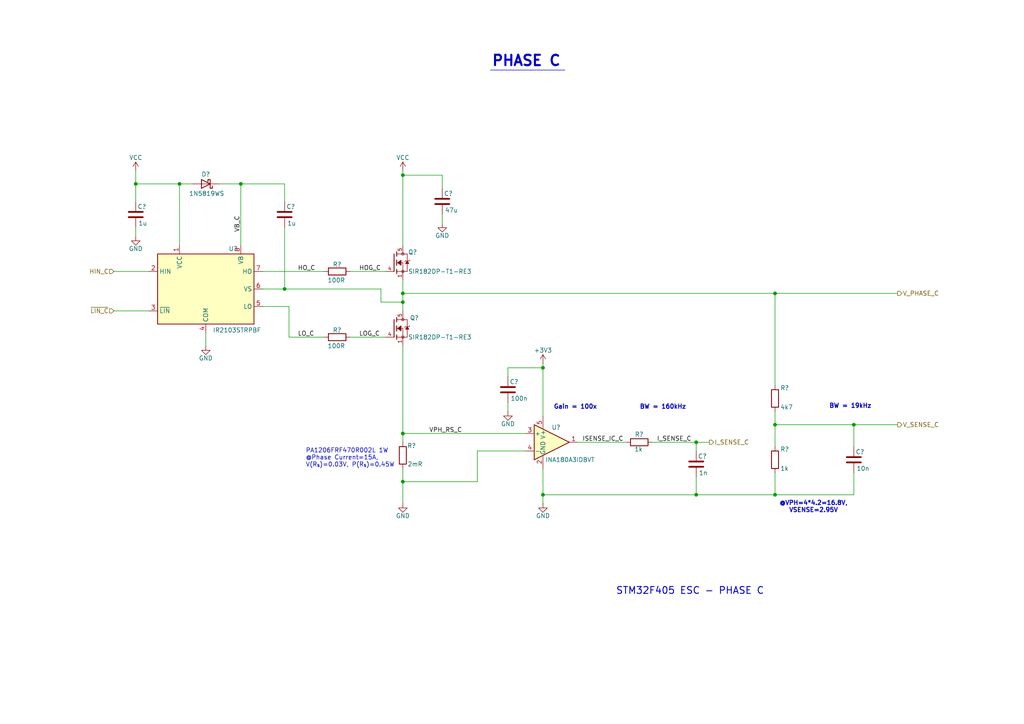
<source format=kicad_sch>
(kicad_sch (version 20250114) (generator "eeschema") (generator_version "9.0")
  (paper "A4")
  (title_block (title "STM32F405 ESC") (rev "0.0.1") (company "mangoByte"))
  (lib_symbols
    (symbol "Amplifier_Current:INA180A3" (pin_names (offset 0.127))
      (property "Reference" "U" (at 3.81 3.81 0))
      (property "Value" "INA180A3" (at 3.81 -2.54 0))
      (symbol "INA180A3_0_1"
        (polyline (pts (xy 5.08 0) (xy -5.08 5.08) (xy -5.08 -5.08) (xy 5.08 0)) (stroke (width 0.254)) (fill (type background)))
      )
      (symbol "INA180A3_1_1"
        (pin input line (at -7.62 2.54 0) (length 2.54) (name "+") (number "3"))
        (pin input line (at -7.62 -2.54 0) (length 2.54) (name "-") (number "4"))
        (pin power_in line (at -2.54 7.62 270) (length 3.81) (name "V+") (number "5"))
        (pin power_in line (at -2.54 -7.62 90) (length 3.81) (name "GND") (number "2"))
        (pin output line (at 7.62 0 180) (length 2.54) (name "~") (number "1"))
      )
    )
    (symbol "Device:C" (pin_numbers (hide yes)) (pin_names (offset 0.254))
      (property "Reference" "C" (at 0.635 2.54 0))
      (property "Value" "C" (at 0.635 -2.54 0))
      (symbol "C_0_1"
        (polyline (pts (xy -2.032 0.762) (xy 2.032 0.762)) (stroke (width 0.508)))
        (polyline (pts (xy -2.032 -0.762) (xy 2.032 -0.762)) (stroke (width 0.508)))
      )
      (symbol "C_1_1"
        (pin passive line (at 0 3.81 270) (length 2.794) (name "~") (number "1"))
        (pin passive line (at 0 -3.81 90) (length 2.794) (name "~") (number "2"))
      )
    )
    (symbol "Diode:1N5819WS" (pin_numbers (hide yes)) (pin_names (offset 1.016) (hide yes))
      (property "Reference" "D" (at 0 2.54 0))
      (property "Value" "1N5819WS" (at 0 -2.54 0))
      (symbol "1N5819WS_0_1"
        (polyline (pts (xy -1.905 0.635) (xy -1.905 1.27) (xy -1.27 1.27) (xy -1.27 -1.27) (xy -0.635 -1.27) (xy -0.635 -0.635)) (stroke (width 0.254)))
        (polyline (pts (xy 1.27 1.27) (xy 1.27 -1.27) (xy -1.27 0) (xy 1.27 1.27)) (stroke (width 0.254)))
        (polyline (pts (xy 1.27 0) (xy -1.27 0)))
      )
      (symbol "1N5819WS_1_1"
        (pin passive line (at -3.81 0 0) (length 2.54) (name "K") (number "1"))
        (pin passive line (at 3.81 0 180) (length 2.54) (name "A") (number "2"))
      )
    )
    (symbol "No silk screen devices:R" (pin_numbers (hide yes)) (pin_names (offset 0))
      (property "Reference" "R" (at 2.032 0 90))
      (property "Value" "R" (at 0 0 90))
      (symbol "R_0_1"
        (rectangle (start -1.016 -2.54) (end 1.016 2.54) (stroke (width 0.254)))
      )
      (symbol "R_1_1"
        (pin passive line (at 0 3.81 270) (length 1.27) (name "~") (number "1"))
        (pin passive line (at 0 -3.81 90) (length 1.27) (name "~") (number "2"))
      )
    )
    (symbol "SIR182DP-T1-RE3:SIR182DP-T1-RE3" (pin_names (offset 1.016))
      (property "Reference" "Q" (at -8.89 2.54 0))
      (property "Value" "SIR182DP-T1-RE3" (at -8.89 -7.62 0))
      (symbol "SIR182DP-T1-RE3_0_0"
        (polyline (pts (xy 0 2.54) (xy 0 -2.54)) (stroke (width 0.254)))
        (polyline (pts (xy 0.762 3.175) (xy 0.762 2.54)) (stroke (width 0.254)))
        (polyline (pts (xy 0.762 2.54) (xy 0.762 1.905)) (stroke (width 0.254)))
        (polyline (pts (xy 0.762 2.54) (xy 3.81 2.54)) (stroke (width 0.1524)))
        (polyline (pts (xy 0.762 0.762) (xy 0.762 0)) (stroke (width 0.254)))
        (polyline (pts (xy 0.762 0) (xy 0.762 -0.762)) (stroke (width 0.254)))
        (polyline (pts (xy 0.762 0) (xy 2.54 0)) (stroke (width 0.1524)))
        (polyline (pts (xy 0.762 -1.905) (xy 0.762 -2.54)) (stroke (width 0.254)))
        (polyline (pts (xy 0.762 -2.54) (xy 0.762 -3.175)) (stroke (width 0.254)))
        (polyline (pts (xy 1.016 0) (xy 2.032 0.762) (xy 2.032 -0.762) (xy 1.016 0)) (stroke (width 0.1524)) (fill (type outline)))
        (circle (center 2.54 2.54) (radius 0.3592))
        (polyline (pts (xy 2.54 0) (xy 2.54 -2.54)) (stroke (width 0.1524)))
        (polyline (pts (xy 2.54 -2.54) (xy 0.762 -2.54)) (stroke (width 0.1524)))
        (polyline (pts (xy 2.54 -2.54) (xy 3.81 -2.54)) (stroke (width 0.1524)))
        (circle (center 2.54 -2.54) (radius 0.3592))
        (polyline (pts (xy 3.302 0.508) (xy 3.048 0.254)) (stroke (width 0.1524)))
        (polyline (pts (xy 3.81 2.54) (xy 3.81 0.508)) (stroke (width 0.1524)))
        (polyline (pts (xy 3.81 0.508) (xy 3.302 0.508)) (stroke (width 0.1524)))
        (polyline (pts (xy 3.81 0.508) (xy 3.81 -2.54)) (stroke (width 0.1524)))
        (polyline (pts (xy 3.81 0.508) (xy 3.302 -0.254) (xy 4.318 -0.254) (xy 3.81 0.508)) (stroke (width 0.1524)) (fill (type outline)))
        (polyline (pts (xy 4.318 0.508) (xy 3.81 0.508)) (stroke (width 0.1524)))
        (polyline (pts (xy 4.572 0.762) (xy 4.318 0.508)) (stroke (width 0.1524)))
        (pin passive line (at -2.54 -2.54 0) (length 2.54) (name "~") (number "4"))
        (pin passive line (at 2.54 5.08 270) (length 2.54) (name "~") (number "5"))
        (pin passive line (at 2.54 5.08 270) (length 2.54) (hide yes) (name "~") (number "6"))
        (pin passive line (at 2.54 5.08 270) (length 2.54) (hide yes) (name "~") (number "7"))
        (pin passive line (at 2.54 5.08 270) (length 2.54) (hide yes) (name "~") (number "8"))
        (pin passive line (at 2.54 5.08 270) (length 2.54) (hide yes) (name "~") (number "9"))
        (pin passive line (at 2.54 -5.08 90) (length 2.54) (name "~") (number "1"))
        (pin passive line (at 2.54 -5.08 90) (length 2.54) (hide yes) (name "~") (number "2"))
        (pin passive line (at 2.54 -5.08 90) (length 2.54) (hide yes) (name "~") (number "3"))
      )
    )
    (symbol "personal-library:IR2103"
      (property "Reference" "U" (at 12.192 11.176 0))
      (property "Value" "IR2103" (at 2.286 -11.684 0))
      (symbol "IR2103_0_1"
        (rectangle (start -13.97 10.16) (end 13.97 -10.16) (stroke (width 0.254)) (fill (type background)))
      )
      (symbol "IR2103_1_1"
        (pin input line (at -16.51 5.08 0) (length 2.54) (name "HIN") (number "2"))
        (pin input line (at -16.51 -6.35 0) (length 2.54) (name "~{LIN}") (number "3"))
        (pin power_in line (at -7.62 12.7 270) (length 2.54) (name "VCC") (number "1"))
        (pin power_in line (at 0 -12.7 90) (length 2.54) (name "COM") (number "4"))
        (pin passive line (at 10.16 12.7 270) (length 2.54) (name "VB") (number "8"))
        (pin output line (at 16.51 5.08 180) (length 2.54) (name "HO") (number "7"))
        (pin passive line (at 16.51 0 180) (length 2.54) (name "VS") (number "6"))
        (pin output line (at 16.51 -5.08 180) (length 2.54) (name "LO") (number "5"))
      )
    )
    (symbol "power:+3V3" (power) (pin_numbers (hide yes)) (pin_names (offset 0) (hide yes))
      (property "Value" "+3V3" (at 0 3.556 0))
      (symbol "+3V3_0_1"
        (polyline (pts (xy -0.762 1.27) (xy 0 2.54)))
        (polyline (pts (xy 0 2.54) (xy 0.762 1.27)))
        (polyline (pts (xy 0 0) (xy 0 2.54)))
      )
      (symbol "+3V3_1_1"
        (pin power_in line (at 0 0 90) (length 0) (name "~") (number "1"))
      )
    )
    (symbol "power:GND" (power) (pin_numbers (hide yes)) (pin_names (offset 0) (hide yes))
      (property "Value" "GND" (at 0 -3.81 0))
      (symbol "GND_0_1"
        (polyline (pts (xy 0 0) (xy 0 -1.27) (xy 1.27 -1.27) (xy 0 -2.54) (xy -1.27 -1.27) (xy 0 -1.27)))
      )
      (symbol "GND_1_1"
        (pin power_in line (at 0 0 270) (length 0) (name "~") (number "1"))
      )
    )
    (symbol "power:VCC" (power) (pin_numbers (hide yes)) (pin_names (offset 0) (hide yes))
      (property "Value" "VCC" (at 0 3.556 0))
      (symbol "VCC_0_1"
        (polyline (pts (xy -0.762 1.27) (xy 0 2.54)))
        (polyline (pts (xy 0 2.54) (xy 0.762 1.27)))
        (polyline (pts (xy 0 0) (xy 0 2.54)))
      )
      (symbol "VCC_1_1"
        (pin power_in line (at 0 0 90) (length 0) (name "~") (number "1"))
      )
    )
  )
  (text "PA1206FRF470R002L 1W\n@Phase Current=15A, \nV(R_{s})=0.03V, P(R_{s})=0.45W" (at 88.646 132.842 0) (effects (font (size 1.27 1.27)) (justify left)))
  (text "BW = 160kHz" (at 192.278 118.11 0) (effects (font (size 1.27 1.27) (thickness 0.254) (bold yes))))
  (text "STM32F405 ESC - PHASE C" (at 200.152 171.45 0) (effects (font (size 2 2) (thickness 0.254) (bold yes))))
  (text "@VPH=4*4.2=16.8V,\nVSENSE=2.95V" (at 235.966 147.066 0) (effects (font (size 1.27 1.27) (thickness 0.254) (bold yes))))
  (text "Gain = 100x" (at 166.878 118.11 0) (effects (font (size 1.27 1.27) (thickness 0.254) (bold yes))))
  (text "BW = 19kHz" (at 246.634 117.856 0) (effects (font (size 1.27 1.27) (thickness 0.254) (bold yes))))
  (text "PHASE C" (at 152.654 17.78 0) (effects (font (size 3 3) (thickness 0.6) (bold yes))))
  (junction (at 52.07 53.34))
  (junction (at 39.37 53.34))
  (junction (at 116.84 139.7))
  (junction (at 82.55 83.82))
  (junction (at 224.79 143.51))
  (junction (at 224.79 123.19))
  (junction (at 69.85 53.34))
  (junction (at 116.84 50.8))
  (junction (at 201.93 128.27))
  (junction (at 157.48 143.51))
  (junction (at 116.84 87.63))
  (junction (at 201.93 143.51))
  (junction (at 116.84 125.73))
  (junction (at 224.79 85.09))
  (junction (at 247.65 123.19))
  (junction (at 116.84 85.09))
  (junction (at 157.48 106.68))
  (wire (pts (xy 116.84 85.09) (xy 116.84 87.63)))
  (wire (pts (xy 116.84 81.28) (xy 116.84 85.09)))
  (wire (pts (xy 76.2 88.9) (xy 83.82 88.9)))
  (wire (pts (xy 116.84 85.09) (xy 224.79 85.09)))
  (wire (pts (xy 116.84 135.89) (xy 116.84 139.7)))
  (wire (pts (xy 138.43 130.81) (xy 138.43 139.7)))
  (wire (pts (xy 157.48 105.41) (xy 157.48 106.68)))
  (wire (pts (xy 116.84 100.33) (xy 116.84 125.73)))
  (wire (pts (xy 147.32 116.84) (xy 147.32 119.38)))
  (wire (pts (xy 157.48 106.68) (xy 157.48 120.65)))
  (wire (pts (xy 39.37 53.34) (xy 39.37 58.42)))
  (wire (pts (xy 247.65 123.19) (xy 247.65 129.54)))
  (wire (pts (xy 116.84 50.8) (xy 116.84 71.12)))
  (wire (pts (xy 157.48 143.51) (xy 157.48 146.05)))
  (wire (pts (xy 82.55 66.04) (xy 82.55 83.82)))
  (wire (pts (xy 247.65 137.16) (xy 247.65 143.51)))
  (wire (pts (xy 59.69 96.52) (xy 59.69 100.33)))
  (wire (pts (xy 128.27 64.77) (xy 128.27 62.23)))
  (wire (pts (xy 76.2 78.74) (xy 93.98 78.74)))
  (wire (pts (xy 152.4 130.81) (xy 138.43 130.81)))
  (wire (pts (xy 69.85 53.34) (xy 69.85 71.12)))
  (wire (pts (xy 201.93 138.43) (xy 201.93 143.51)))
  (wire (pts (xy 33.02 78.74) (xy 43.18 78.74)))
  (wire (pts (xy 110.49 87.63) (xy 116.84 87.63)))
  (wire (pts (xy 116.84 139.7) (xy 116.84 146.05)))
  (wire (pts (xy 83.82 88.9) (xy 83.82 97.79)))
  (wire (pts (xy 224.79 119.38) (xy 224.79 123.19)))
  (wire (pts (xy 224.79 85.09) (xy 260.35 85.09)))
  (wire (pts (xy 83.82 97.79) (xy 93.98 97.79)))
  (wire (pts (xy 52.07 53.34) (xy 55.88 53.34)))
  (wire (pts (xy 224.79 85.09) (xy 224.79 111.76)))
  (wire (pts (xy 101.6 78.74) (xy 111.76 78.74)))
  (wire (pts (xy 224.79 123.19) (xy 224.79 129.54)))
  (wire (pts (xy 52.07 71.12) (xy 52.07 53.34)))
  (wire (pts (xy 167.64 128.27) (xy 181.61 128.27)))
  (wire (pts (xy 39.37 66.04) (xy 39.37 68.58)))
  (wire (pts (xy 147.32 106.68) (xy 157.48 106.68)))
  (wire (pts (xy 116.84 125.73) (xy 116.84 128.27)))
  (wire (pts (xy 39.37 53.34) (xy 52.07 53.34)))
  (wire (pts (xy 116.84 49.53) (xy 116.84 50.8)))
  (wire (pts (xy 152.4 125.73) (xy 116.84 125.73)))
  (wire (pts (xy 101.6 97.79) (xy 111.76 97.79)))
  (wire (pts (xy 157.48 135.89) (xy 157.48 143.51)))
  (wire (pts (xy 63.5 53.34) (xy 69.85 53.34)))
  (wire (pts (xy 128.27 50.8) (xy 116.84 50.8)))
  (wire (pts (xy 224.79 123.19) (xy 247.65 123.19)))
  (wire (pts (xy 224.79 137.16) (xy 224.79 143.51)))
  (wire (pts (xy 201.93 128.27) (xy 201.93 130.81)))
  (wire (pts (xy 33.02 90.17) (xy 43.18 90.17)))
  (wire (pts (xy 189.23 128.27) (xy 201.93 128.27)))
  (wire (pts (xy 128.27 50.8) (xy 128.27 54.61)))
  (wire (pts (xy 147.32 106.68) (xy 147.32 109.22)))
  (wire (pts (xy 201.93 128.27) (xy 205.74 128.27)))
  (wire (pts (xy 224.79 143.51) (xy 201.93 143.51)))
  (wire (pts (xy 157.48 143.51) (xy 201.93 143.51)))
  (wire (pts (xy 110.49 83.82) (xy 110.49 87.63)))
  (wire (pts (xy 82.55 83.82) (xy 110.49 83.82)))
  (wire (pts (xy 82.55 53.34) (xy 69.85 53.34)))
  (wire (pts (xy 116.84 87.63) (xy 116.84 90.17)))
  (wire (pts (xy 247.65 143.51) (xy 224.79 143.51)))
  (wire (pts (xy 247.65 123.19) (xy 260.35 123.19)))
  (wire (pts (xy 82.55 83.82) (xy 76.2 83.82)))
  (wire (pts (xy 39.37 49.53) (xy 39.37 53.34)))
  (wire (pts (xy 82.55 58.42) (xy 82.55 53.34)))
  (polyline (pts (xy 142.24 20.32) (xy 163.83 20.32)))
  (wire (pts (xy 138.43 139.7) (xy 116.84 139.7)))
  (label "HOG_C" (at 104.14 78.74 0))
  (label "VPH_RS_C" (at 124.46 125.73 0))
  (label "I_SENSE_C" (at 190.5 128.27 0))
  (label "LO_C" (at 86.36 97.79 0))
  (label "VB_C" (at 69.85 67.31 90))
  (label "HO_C" (at 86.36 78.74 0))
  (label "LOG_C" (at 104.14 97.79 0))
  (label "ISENSE_IC_C" (at 168.91 128.27 0))
  (hierarchical_label "~{LIN_C}" (shape input) (at 33.02 90.17 180))
  (hierarchical_label "I_SENSE_C" (shape output) (at 205.74 128.27 0))
  (hierarchical_label "HIN_C" (shape input) (at 33.02 78.74 180))
  (hierarchical_label "V_SENSE_C" (shape output) (at 260.35 123.19 0))
  (hierarchical_label "V_PHASE_C" (shape output) (at 260.35 85.09 0))
  (symbol (lib_id "No silk screen devices:R") (at 185.42 128.27 90) (unit 1)
    (property "Reference" "R?" (at 186.69 125.984 90) (effects (justify left)))
    (property "Value" "1k" (at 186.436 130.302 90) (effects (justify left)))
    (property "Footprint" "No Silkscreen:R_0402_1005Metric" (effects (hide yes)))
    (property "Description" "Resistor" (effects (hide yes)))
  )
  (symbol (lib_id "No silk screen devices:R") (at 97.79 97.79 90) (unit 1)
    (property "Reference" "R?" (at 97.79 95.758 90))
    (property "Value" "100R" (at 97.536 100.33 90))
    (property "Footprint" "No Silkscreen:R_0805_2012Metric" (effects (hide yes)))
    (property "Description" "Resistor" (effects (hide yes)))
  )
  (symbol (lib_id "power:VCC") (at 116.84 49.53 0) (unit 1)
    (property "Reference" "#PWR03" (effects (hide yes)))
    (property "Value" "VCC" (at 116.84 45.72 0))
    (property "Description" "Power symbol creates a global label with name \"VCC\"" (effects (hide yes)))
  )
  (symbol (lib_id "personal-library:IR2103") (at 59.69 83.82 0) (unit 1)
    (property "Reference" "U?" (at 66.294 72.136 0) (effects (justify left)))
    (property "Value" "IR2103STRPBF" (at 61.722 95.758 0) (effects (justify left)))
    (property "Datasheet" "https://www.infineon.com/dgdl/ir2103.pdf?fileId=5546d462533600a4015355c7b54b166f" (effects (hide yes)))
    (property "Description" "Half-Bridge Driver, 600V, 210/360mA, PDIP-8/SOIC-8" (effects (hide yes)))
  )
  (symbol (lib_id "power:+3V3") (at 157.48 105.41 0) (unit 1)
    (property "Reference" "#PWR021" (effects (hide yes)))
    (property "Value" "+3V3" (at 157.48 101.6 0))
    (property "Description" "Power symbol creates a global label with name \"+3V3\"" (effects (hide yes)))
  )
  (symbol (lib_id "power:GND") (at 128.27 64.77 0) (unit 1)
    (property "Reference" "#PWR07" (effects (hide yes)))
    (property "Value" "GND" (at 128.27 68.326 0))
    (property "Description" "Power symbol creates a global label with name \"GND\" , ground" (effects (hide yes)))
  )
  (symbol (lib_id "Device:C") (at 201.93 134.62 0) (unit 1)
    (property "Reference" "C?" (at 202.438 132.334 0) (effects (justify left)))
    (property "Value" "1n" (at 202.692 137.16 0) (effects (justify left)))
    (property "Footprint" "No Silkscreen:C_0402_1005Metric" (effects (hide yes)))
    (property "Description" "Unpolarized capacitor" (effects (hide yes)))
  )
  (symbol (lib_id "Device:C") (at 82.55 62.23 0) (unit 1)
    (property "Reference" "C?" (at 83.058 59.944 0) (effects (justify left)))
    (property "Value" "1u" (at 83.312 64.77 0) (effects (justify left)))
    (property "Footprint" "No Silkscreen:C_0402_1005Metric" (effects (hide yes)))
    (property "Description" "Unpolarized capacitor" (effects (hide yes)))
  )
  (symbol (lib_id "power:GND") (at 116.84 146.05 0) (unit 1)
    (property "Reference" "#PWR023" (effects (hide yes)))
    (property "Value" "GND" (at 116.84 149.606 0))
    (property "Description" "Power symbol creates a global label with name \"GND\" , ground" (effects (hide yes)))
  )
  (symbol (lib_id "No silk screen devices:R") (at 224.79 115.57 0) (unit 1)
    (property "Reference" "R?" (at 226.314 112.522 0) (effects (justify left)))
    (property "Value" "4k7" (at 226.314 118.11 0) (effects (justify left)))
    (property "Footprint" "No Silkscreen:R_0402_1005Metric" (effects (hide yes)))
    (property "Description" "Resistor" (effects (hide yes)))
  )
  (symbol (lib_id "No silk screen devices:R") (at 116.84 132.08 0) (unit 1)
    (property "Reference" "R?" (at 119.38 129.286 0))
    (property "Value" "2mR" (at 120.396 134.62 0))
    (property "Footprint" "Resistor_SMD:R_1206_3216Metric" (effects (hide yes)))
    (property "Description" "Resistor" (effects (hide yes)))
  )
  (symbol (lib_id "power:GND") (at 59.69 100.33 0) (unit 1)
    (property "Reference" "#PWR020" (effects (hide yes)))
    (property "Value" "GND" (at 59.69 103.886 0))
    (property "Description" "Power symbol creates a global label with name \"GND\" , ground" (effects (hide yes)))
  )
  (symbol (lib_id "Device:C") (at 128.27 58.42 0) (unit 1)
    (property "Reference" "C?" (at 128.778 56.134 0) (effects (justify left)))
    (property "Value" "47u" (at 129.032 60.96 0) (effects (justify left)))
    (property "Description" "Unpolarized capacitor" (effects (hide yes)))
  )
  (symbol (lib_id "Device:C") (at 147.32 113.03 0) (unit 1)
    (property "Reference" "C?" (at 147.828 110.744 0) (effects (justify left)))
    (property "Value" "100n" (at 148.082 115.57 0) (effects (justify left)))
    (property "Footprint" "No Silkscreen:C_0402_1005Metric" (effects (hide yes)))
    (property "Description" "Unpolarized capacitor" (effects (hide yes)))
  )
  (symbol (lib_id "No silk screen devices:R") (at 97.79 78.74 90) (unit 1)
    (property "Reference" "R?" (at 97.79 76.708 90))
    (property "Value" "100R" (at 97.536 81.28 90))
    (property "Footprint" "No Silkscreen:R_0805_2012Metric" (effects (hide yes)))
    (property "Description" "Resistor" (effects (hide yes)))
  )
  (symbol (lib_id "power:VCC") (at 39.37 49.53 0) (unit 1)
    (property "Reference" "#PWR01" (effects (hide yes)))
    (property "Value" "VCC" (at 39.37 45.72 0))
    (property "Description" "Power symbol creates a global label with name \"VCC\"" (effects (hide yes)))
  )
  (symbol (lib_id "No silk screen devices:R") (at 224.79 133.35 0) (unit 1)
    (property "Reference" "R?" (at 226.314 130.302 0) (effects (justify left)))
    (property "Value" "1k" (at 226.314 135.89 0) (effects (justify left)))
    (property "Footprint" "No Silkscreen:R_0402_1005Metric" (effects (hide yes)))
    (property "Description" "Resistor" (effects (hide yes)))
  )
  (symbol (lib_id "SIR182DP-T1-RE3:SIR182DP-T1-RE3") (at 114.3 76.2 0) (unit 1)
    (property "Reference" "Q?" (at 118.364 73.152 0) (effects (justify left)))
    (property "Value" "SIR182DP-T1-RE3" (at 118.364 78.74 0) (effects (justify left)))
    (property "Footprint" "SIR182DP-T1-RE3:SIR182DP-T1-RE3" (effects (hide yes)))
    (property "MF" "Vishay" (effects (hide yes)))
    (property "Description_1" "N-Channel 60 V 60A (Tc) 69.4W (Tc) Surface Mount PowerPAK® SO-8" (effects (hide yes)))
    (property "Package" "PowerPAK SO-8 Vishay" (effects (hide yes)))
    (property "Price" "None" (effects (hide yes)))
    (property "STANDARD" "Manufacturer Recommendations" (effects (hide yes)))
    (property "PARTREV" "B" (effects (hide yes)))
    (property "SnapEDA_Link" "https://www.snapeda.com/parts/SIR182DP-T1-RE3/Vishay+Siliconix/view-part/?ref=snap" (effects (hide yes)))
    (property "MP" "SIR182DP-T1-RE3" (effects (hide yes)))
    (property "Purchase-URL" "https://www.snapeda.com/api/url_track_click_mouser/?unipart_id=3228614&manufacturer=Vishay&part_name=SIR182DP-T1-RE3&search_term=sir182dp-t1-re3" (effects (hide yes)))
    (property "Availability" "In Stock" (effects (hide yes)))
    (property "Check_prices" "https://www.snapeda.com/parts/SIR182DP-T1-RE3/Vishay+Siliconix/view-part/?ref=eda" (effects (hide yes)))
  )
  (symbol (lib_id "SIR182DP-T1-RE3:SIR182DP-T1-RE3") (at 114.3 95.25 0) (unit 1)
    (property "Reference" "Q?" (at 118.872 92.202 0) (effects (justify left)))
    (property "Value" "SIR182DP-T1-RE3" (at 118.364 97.79 0) (effects (justify left)))
    (property "Footprint" "SIR182DP-T1-RE3:SIR182DP-T1-RE3" (effects (hide yes)))
    (property "MF" "Vishay" (effects (hide yes)))
    (property "Description_1" "N-Channel 60 V 60A (Tc) 69.4W (Tc) Surface Mount PowerPAK® SO-8" (effects (hide yes)))
    (property "Package" "PowerPAK SO-8 Vishay" (effects (hide yes)))
    (property "Price" "None" (effects (hide yes)))
    (property "STANDARD" "Manufacturer Recommendations" (effects (hide yes)))
    (property "PARTREV" "B" (effects (hide yes)))
    (property "SnapEDA_Link" "https://www.snapeda.com/parts/SIR182DP-T1-RE3/Vishay+Siliconix/view-part/?ref=snap" (effects (hide yes)))
    (property "MP" "SIR182DP-T1-RE3" (effects (hide yes)))
    (property "Purchase-URL" "https://www.snapeda.com/api/url_track_click_mouser/?unipart_id=3228614&manufacturer=Vishay&part_name=SIR182DP-T1-RE3&search_term=sir182dp-t1-re3" (effects (hide yes)))
    (property "Availability" "In Stock" (effects (hide yes)))
    (property "Check_prices" "https://www.snapeda.com/parts/SIR182DP-T1-RE3/Vishay+Siliconix/view-part/?ref=eda" (effects (hide yes)))
  )
  (symbol (lib_id "Diode:1N5819WS") (at 59.69 53.34 180) (unit 1)
    (property "Reference" "D?" (at 59.69 50.546 0))
    (property "Value" "1N5819WS" (at 59.944 56.134 0))
    (property "Footprint" "Diode_SMD:D_SOD-323" (effects (hide yes)))
    (property "Datasheet" "https://datasheet.lcsc.com/lcsc/2204281430_Guangdong-Hottech-1N5819WS_C191023.pdf" (effects (hide yes)))
    (property "Description" "40V 600mV@1A 1A SOD-323 Schottky Barrier Diodes, SOD-323" (effects (hide yes)))
  )
  (symbol (lib_id "Device:C") (at 247.65 133.35 0) (unit 1)
    (property "Reference" "C?" (at 248.158 131.064 0) (effects (justify left)))
    (property "Value" "10n" (at 248.412 135.89 0) (effects (justify left)))
    (property "Footprint" "No Silkscreen:C_0402_1005Metric" (effects (hide yes)))
    (property "Description" "Unpolarized capacitor" (effects (hide yes)))
  )
  (symbol (lib_id "power:GND") (at 39.37 68.58 0) (unit 1)
    (property "Reference" "#PWR019" (effects (hide yes)))
    (property "Value" "GND" (at 39.37 72.136 0))
    (property "Description" "Power symbol creates a global label with name \"GND\" , ground" (effects (hide yes)))
  )
  (symbol (lib_id "power:GND") (at 147.32 119.38 0) (unit 1)
    (property "Reference" "#PWR022" (effects (hide yes)))
    (property "Value" "GND" (at 147.32 122.936 0))
    (property "Description" "Power symbol creates a global label with name \"GND\" , ground" (effects (hide yes)))
  )
  (symbol (lib_id "Amplifier_Current:INA180A3") (at 160.02 128.27 0) (unit 1)
    (property "Reference" "U?" (at 161.29 123.952 0))
    (property "Value" "INA180A3IDBVT" (at 165.354 133.35 0))
    (property "Footprint" "Package_TO_SOT_SMD:SOT-23-5" (effects (hide yes)))
    (property "Datasheet" "http://www.ti.com/lit/ds/symlink/ina180.pdf" (effects (hide yes)))
    (property "Description" "Current Sense Amplifier, 1 Circuit, Rail-to-Rail, 26V, Gain 100 V/V, SOT-23-5" (effects (hide yes)))
  )
  (symbol (lib_id "power:GND") (at 157.48 146.05 0) (unit 1)
    (property "Reference" "#PWR024" (effects (hide yes)))
    (property "Value" "GND" (at 157.48 149.606 0))
    (property "Description" "Power symbol creates a global label with name \"GND\" , ground" (effects (hide yes)))
  )
  (symbol (lib_id "Device:C") (at 39.37 62.23 0) (unit 1)
    (property "Reference" "C?" (at 39.878 59.944 0) (effects (justify left)))
    (property "Value" "1u" (at 40.132 64.77 0) (effects (justify left)))
    (property "Footprint" "No Silkscreen:C_0402_1005Metric" (effects (hide yes)))
    (property "Description" "Unpolarized capacitor" (effects (hide yes)))
  )
)
</source>
